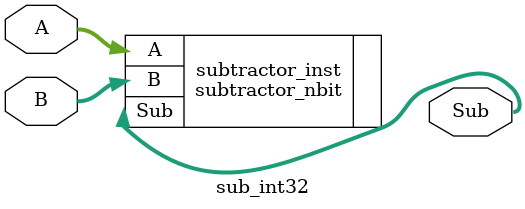
<source format=v>

module sub_int32 #(
    parameter WIDTH = 32
)(
    input [WIDTH-1:0] A,
    input [WIDTH-1:0] B,
    output [WIDTH-1:0] Sub
);
    subtractor_nbit #(
        .WIDTH(WIDTH)
    ) subtractor_inst (
        .A(A),
        .B(B),
        .Sub(Sub)
    );
endmodule

</source>
